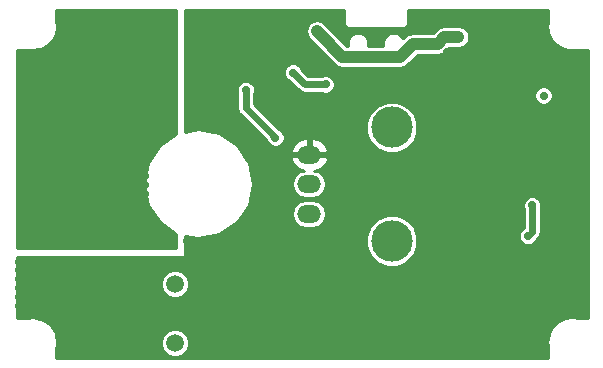
<source format=gbr>
G04 #@! TF.FileFunction,Copper,L2,Bot,Signal*
%FSLAX46Y46*%
G04 Gerber Fmt 4.6, Leading zero omitted, Abs format (unit mm)*
G04 Created by KiCad (PCBNEW 0.201511300701+6336~38~ubuntu14.04.1-stable) date Wed 02 Dec 2015 03:43:02 PM EET*
%MOMM*%
G01*
G04 APERTURE LIST*
%ADD10C,0.100000*%
%ADD11O,2.000000X1.500000*%
%ADD12C,3.500000*%
%ADD13C,1.500000*%
%ADD14C,0.700000*%
%ADD15C,1.000000*%
%ADD16C,0.600000*%
%ADD17C,0.400000*%
%ADD18C,0.254000*%
G04 APERTURE END LIST*
D10*
D11*
X135100000Y-82700000D03*
X135100000Y-85200000D03*
X135100000Y-87700000D03*
D12*
X142100000Y-80400000D03*
X142100000Y-90000000D03*
D13*
X123750000Y-98650000D03*
X123750000Y-93650000D03*
D14*
X135750000Y-72250010D03*
X147750000Y-72750000D03*
X154950000Y-77700000D03*
X155000000Y-79249990D03*
X145500000Y-72000000D03*
X136241549Y-74500382D03*
X144500000Y-75250000D03*
X153000000Y-83250008D03*
X125250000Y-72250000D03*
X126250000Y-71500000D03*
X146769477Y-74019477D03*
X145753704Y-74763719D03*
X124750000Y-90000000D03*
X128250000Y-76250000D03*
X145750000Y-96000000D03*
X145750000Y-95000000D03*
X145750000Y-94000000D03*
X145750000Y-93000000D03*
X145750000Y-92000000D03*
X145750000Y-91000000D03*
X145750000Y-90000000D03*
X146750000Y-90000000D03*
X146750000Y-96000000D03*
X148000000Y-95500000D03*
X146750000Y-95000000D03*
X146750000Y-94000000D03*
X149000000Y-91000000D03*
X148000000Y-90500000D03*
X146750000Y-91000000D03*
X146750000Y-92000000D03*
X146750000Y-93000000D03*
X117250000Y-95500000D03*
X116500000Y-95500000D03*
X115750000Y-95500000D03*
X115000000Y-95500000D03*
X114250000Y-95500000D03*
X113500000Y-95500000D03*
X112750000Y-95500000D03*
X112000000Y-95500000D03*
X111250000Y-95500000D03*
X110500000Y-95500000D03*
X110500000Y-94750000D03*
X111250000Y-94750000D03*
X112000000Y-94750000D03*
X112750000Y-94750000D03*
X113500000Y-94750000D03*
X114250000Y-94750000D03*
X115000000Y-94750000D03*
X115750000Y-94750000D03*
X116500000Y-94750000D03*
X117250000Y-94750000D03*
X132250000Y-88500000D03*
X117250000Y-94000000D03*
X116500000Y-94000000D03*
X115750000Y-94000000D03*
X115000000Y-94000000D03*
X114250000Y-94000000D03*
X113500000Y-94000000D03*
X112750000Y-94000000D03*
X112000000Y-94000000D03*
X110500000Y-94000000D03*
X111250000Y-94000000D03*
X111250000Y-93250000D03*
X110500000Y-93250000D03*
X111227302Y-92477302D03*
X110500000Y-92500000D03*
X117250000Y-91750000D03*
X116500000Y-91750000D03*
X115750000Y-91750000D03*
X115000000Y-91750000D03*
X114250000Y-91750000D03*
X113500000Y-91750000D03*
X112750000Y-91750000D03*
X112000000Y-91750000D03*
X111250000Y-91750000D03*
X110500000Y-91750000D03*
X132500000Y-75000000D03*
X151500000Y-75750000D03*
X146750000Y-75250000D03*
X145750000Y-78000000D03*
X144500000Y-77250000D03*
X145750000Y-76500000D03*
X156250000Y-92250000D03*
X157000000Y-93500000D03*
X156250000Y-94750000D03*
X155500000Y-93500000D03*
X154500000Y-92500000D03*
X154000000Y-93500000D03*
X153250000Y-93500000D03*
X153000000Y-92500000D03*
X152500000Y-85750000D03*
X155000000Y-87250000D03*
X155750000Y-87250000D03*
X133750000Y-81000000D03*
X130000000Y-81000000D03*
X129250000Y-81000000D03*
X153635174Y-89575137D03*
X154000000Y-87000000D03*
X122750000Y-76250000D03*
X123500000Y-77000000D03*
X122750000Y-77000000D03*
X122750000Y-77750000D03*
X123500000Y-77750000D03*
X123500000Y-78500000D03*
X122750000Y-78500000D03*
X122750000Y-79250000D03*
X123500000Y-79250000D03*
X123500000Y-80000000D03*
X122750000Y-80000000D03*
X122750000Y-80750000D03*
X123500000Y-80750000D03*
X122750000Y-81500000D03*
X122000000Y-82250000D03*
X119000000Y-82250000D03*
X118250000Y-82250000D03*
X117500000Y-82250000D03*
X116750000Y-82250000D03*
X116000000Y-82250000D03*
X115250000Y-82250000D03*
X115250000Y-83000000D03*
X116000000Y-83000000D03*
X116750000Y-83000000D03*
X117500000Y-83000000D03*
X118250000Y-83000000D03*
X119000000Y-83000000D03*
X119000000Y-83750000D03*
X118250000Y-83750000D03*
X117500000Y-83750000D03*
X116750000Y-83750000D03*
X116000000Y-83750000D03*
X115250000Y-83750000D03*
X119750000Y-82250000D03*
X119750000Y-83000000D03*
X119750000Y-83750000D03*
X120500000Y-83750000D03*
X120500000Y-83000000D03*
X120500000Y-82250000D03*
X121250000Y-82250000D03*
X121250000Y-83000000D03*
X121250000Y-83750000D03*
X120500000Y-89750000D03*
X119750000Y-89750000D03*
X119000000Y-89750000D03*
X121250000Y-89000000D03*
X120500000Y-89000000D03*
X119750000Y-89000000D03*
X119000000Y-89000000D03*
X119000000Y-88250000D03*
X119750000Y-88250000D03*
X120500000Y-88250000D03*
X121250000Y-88250000D03*
X121250000Y-87500000D03*
X120500000Y-87500000D03*
X119750000Y-87500000D03*
X119000000Y-87500000D03*
X119000000Y-86750000D03*
X119750000Y-86750000D03*
X120500000Y-86750000D03*
X121250000Y-86750000D03*
X121250000Y-86000000D03*
X120500000Y-86000000D03*
X119750000Y-86000000D03*
X119000000Y-86000000D03*
X119000000Y-85250000D03*
X119750000Y-85250000D03*
X120500000Y-85250000D03*
X121250000Y-85250000D03*
X121250000Y-84500000D03*
X120500000Y-84500000D03*
X119750000Y-84500000D03*
X119000000Y-84500000D03*
X118250000Y-84500000D03*
X117500000Y-84500000D03*
X116750000Y-84500000D03*
X115999079Y-84500000D03*
X115250000Y-84500000D03*
X132250000Y-81249990D03*
X129750000Y-77250000D03*
X133750000Y-75750000D03*
X136499982Y-76750000D03*
D15*
X147750000Y-72750000D02*
X146554002Y-72750000D01*
X136099999Y-72600009D02*
X135750000Y-72250010D01*
X137899991Y-74400001D02*
X136099999Y-72600009D01*
X143902001Y-73300001D02*
X142802001Y-74400001D01*
X146004001Y-73300001D02*
X143902001Y-73300001D01*
X146554002Y-72750000D02*
X146004001Y-73300001D01*
X142802001Y-74400001D02*
X137899991Y-74400001D01*
D16*
X154999990Y-79249990D02*
X155000000Y-79249990D01*
X151500000Y-75750000D02*
X154999990Y-79249990D01*
D17*
X146239985Y-75250000D02*
X146103703Y-75113718D01*
X146750000Y-75250000D02*
X146239985Y-75250000D01*
X146103703Y-75113718D02*
X145753704Y-74763719D01*
D16*
X132500000Y-75000000D02*
X129500000Y-75000000D01*
X129500000Y-75000000D02*
X128250000Y-76250000D01*
D17*
X132500000Y-78000000D02*
X132500000Y-75424264D01*
X134500000Y-80000000D02*
X132500000Y-78000000D01*
X132500000Y-75424264D02*
X132500000Y-75000000D01*
D15*
X145750000Y-94000000D02*
X145750000Y-95000000D01*
X145750000Y-92000000D02*
X145750000Y-93000000D01*
X145750000Y-90000000D02*
X145750000Y-91000000D01*
X146750000Y-91000000D02*
X146750000Y-90000000D01*
D17*
X116500000Y-95500000D02*
X117250000Y-95500000D01*
X115000000Y-95500000D02*
X115750000Y-95500000D01*
X113500000Y-95500000D02*
X114250000Y-95500000D01*
X112000000Y-95500000D02*
X112750000Y-95500000D01*
X110500000Y-95500000D02*
X111250000Y-95500000D01*
X111250000Y-94750000D02*
X110500000Y-94750000D01*
X112750000Y-94750000D02*
X112000000Y-94750000D01*
X114250000Y-94750000D02*
X113500000Y-94750000D01*
X115750000Y-94750000D02*
X115000000Y-94750000D01*
X117250000Y-94750000D02*
X116500000Y-94750000D01*
X115750000Y-94000000D02*
X116500000Y-94000000D01*
X114250000Y-94000000D02*
X115000000Y-94000000D01*
X112750000Y-94000000D02*
X113500000Y-94000000D01*
X111250000Y-94000000D02*
X112000000Y-94000000D01*
X111250000Y-93250000D02*
X111250000Y-94000000D01*
X110500000Y-92500000D02*
X110500000Y-93250000D01*
X110500000Y-92500000D02*
X111204604Y-92500000D01*
X111204604Y-92500000D02*
X111227302Y-92477302D01*
X116500000Y-91750000D02*
X117250000Y-91750000D01*
X115000000Y-91750000D02*
X115750000Y-91750000D01*
X113500000Y-91750000D02*
X114250000Y-91750000D01*
X112000000Y-91750000D02*
X112750000Y-91750000D01*
X110500000Y-91750000D02*
X111250000Y-91750000D01*
X145750000Y-76500000D02*
X145250000Y-76500000D01*
X145250000Y-76500000D02*
X144500000Y-77250000D01*
X157000000Y-93500000D02*
X157000000Y-93000000D01*
X157000000Y-93000000D02*
X156250000Y-92250000D01*
X155500000Y-93500000D02*
X155500000Y-94000000D01*
X155500000Y-94000000D02*
X156250000Y-94750000D01*
X154000000Y-93500000D02*
X154000000Y-93000000D01*
X154000000Y-93000000D02*
X154500000Y-92500000D01*
X153000000Y-92500000D02*
X153000000Y-93250000D01*
X153000000Y-93250000D02*
X153250000Y-93500000D01*
X155750000Y-87250000D02*
X155000000Y-87250000D01*
D16*
X133750000Y-81000000D02*
X133750000Y-80750000D01*
X133750000Y-80750000D02*
X134500000Y-80000000D01*
X129250000Y-81000000D02*
X130000000Y-81000000D01*
X154000000Y-87000000D02*
X154000000Y-89210311D01*
X154000000Y-89210311D02*
X153635174Y-89575137D01*
D17*
X122750000Y-77000000D02*
X123500000Y-77000000D01*
X123500000Y-77750000D02*
X122750000Y-77750000D01*
X122750000Y-78500000D02*
X123500000Y-78500000D01*
X123500000Y-79250000D02*
X122750000Y-79250000D01*
X122750000Y-80000000D02*
X123500000Y-80000000D01*
X123500000Y-80750000D02*
X122750000Y-80750000D01*
X122000000Y-82250000D02*
X122750000Y-81500000D01*
X118250000Y-82250000D02*
X119000000Y-82250000D01*
X116750000Y-82250000D02*
X117500000Y-82250000D01*
X115250000Y-82250000D02*
X116000000Y-82250000D01*
X116000000Y-83000000D02*
X115250000Y-83000000D01*
X117500000Y-83000000D02*
X116750000Y-83000000D01*
X119000000Y-83000000D02*
X118250000Y-83000000D01*
X118250000Y-83750000D02*
X119000000Y-83750000D01*
X116750000Y-83750000D02*
X117500000Y-83750000D01*
X115250000Y-83750000D02*
X116000000Y-83750000D01*
X115250000Y-83750000D02*
X115250000Y-84500000D01*
X119750000Y-83750000D02*
X119750000Y-83000000D01*
X120500000Y-83000000D02*
X120500000Y-83750000D01*
X121250000Y-82250000D02*
X120500000Y-82250000D01*
X121250000Y-83750000D02*
X121250000Y-83000000D01*
X119000000Y-89750000D02*
X119750000Y-89750000D01*
X120500000Y-89000000D02*
X121250000Y-89000000D01*
X119000000Y-89000000D02*
X119750000Y-89000000D01*
X119750000Y-88250000D02*
X119000000Y-88250000D01*
X121250000Y-88250000D02*
X120500000Y-88250000D01*
X120500000Y-87500000D02*
X121250000Y-87500000D01*
X119000000Y-87500000D02*
X119750000Y-87500000D01*
X119750000Y-86750000D02*
X119000000Y-86750000D01*
X121250000Y-86750000D02*
X120500000Y-86750000D01*
X120500000Y-86000000D02*
X121250000Y-86000000D01*
X119000000Y-86000000D02*
X119750000Y-86000000D01*
X119750000Y-85250000D02*
X119000000Y-85250000D01*
X121250000Y-85250000D02*
X120500000Y-85250000D01*
X120500000Y-84500000D02*
X121250000Y-84500000D01*
X119000000Y-84500000D02*
X119750000Y-84500000D01*
X117500000Y-84500000D02*
X118250000Y-84500000D01*
X115999079Y-84500000D02*
X116750000Y-84500000D01*
X115250000Y-84500000D02*
X115999079Y-84500000D01*
D16*
X135100000Y-87700000D02*
X135100000Y-87350000D01*
X135100000Y-87700000D02*
X135150000Y-87750000D01*
X135100000Y-87700000D02*
X134750000Y-88050000D01*
X131950001Y-80950001D02*
X132250000Y-81250000D01*
X129750000Y-78750000D02*
X131950001Y-80950001D01*
X129750000Y-77250000D02*
X129750000Y-78750000D01*
X136499982Y-76750000D02*
X134750000Y-76750000D01*
X134750000Y-76750000D02*
X133750000Y-75750000D01*
D18*
G36*
X123873000Y-80951150D02*
X122454915Y-81898684D01*
X121451907Y-83399791D01*
X121099698Y-85170467D01*
X121451907Y-86941143D01*
X122454915Y-88442250D01*
X123873000Y-89389784D01*
X123873000Y-90623000D01*
X110353698Y-90623000D01*
X110353698Y-73797467D01*
X111199481Y-73797467D01*
X111503293Y-73857899D01*
X111576961Y-73857899D01*
X111650372Y-73863995D01*
X112260948Y-73794399D01*
X112260953Y-73794399D01*
X112395220Y-73751412D01*
X112438207Y-73737650D01*
X112438209Y-73737648D01*
X112975675Y-73439692D01*
X112975677Y-73439691D01*
X113052690Y-73374488D01*
X113117721Y-73319431D01*
X113117722Y-73319428D01*
X113500252Y-72838474D01*
X113500254Y-72838472D01*
X113558386Y-72725588D01*
X113585464Y-72673006D01*
X113585464Y-72673002D01*
X113754822Y-72082275D01*
X113754824Y-72082271D01*
X113767686Y-71927383D01*
X113770227Y-71896793D01*
X113770225Y-71896788D01*
X113703698Y-71313137D01*
X113703698Y-70447467D01*
X123873000Y-70447467D01*
X123873000Y-80951150D01*
X123873000Y-80951150D01*
G37*
X123873000Y-80951150D02*
X122454915Y-81898684D01*
X121451907Y-83399791D01*
X121099698Y-85170467D01*
X121451907Y-86941143D01*
X122454915Y-88442250D01*
X123873000Y-89389784D01*
X123873000Y-90623000D01*
X110353698Y-90623000D01*
X110353698Y-73797467D01*
X111199481Y-73797467D01*
X111503293Y-73857899D01*
X111576961Y-73857899D01*
X111650372Y-73863995D01*
X112260948Y-73794399D01*
X112260953Y-73794399D01*
X112395220Y-73751412D01*
X112438207Y-73737650D01*
X112438209Y-73737648D01*
X112975675Y-73439692D01*
X112975677Y-73439691D01*
X113052690Y-73374488D01*
X113117721Y-73319431D01*
X113117722Y-73319428D01*
X113500252Y-72838474D01*
X113500254Y-72838472D01*
X113558386Y-72725588D01*
X113585464Y-72673006D01*
X113585464Y-72673002D01*
X113754822Y-72082275D01*
X113754824Y-72082271D01*
X113767686Y-71927383D01*
X113770227Y-71896793D01*
X113770225Y-71896788D01*
X113703698Y-71313137D01*
X113703698Y-70447467D01*
X123873000Y-70447467D01*
X123873000Y-80951150D01*
G36*
X138023000Y-71500000D02*
X138059309Y-71682540D01*
X138162710Y-71837290D01*
X138317460Y-71940691D01*
X138500000Y-71977000D01*
X143000000Y-71977000D01*
X143182540Y-71940691D01*
X143337290Y-71837290D01*
X143440691Y-71682540D01*
X143477000Y-71500000D01*
X143477000Y-70447467D01*
X155349698Y-70447467D01*
X155349698Y-71293251D01*
X155289266Y-71597063D01*
X155289266Y-71670731D01*
X155283170Y-71744142D01*
X155352767Y-72354723D01*
X155352767Y-72354724D01*
X155358570Y-72372849D01*
X155409515Y-72531977D01*
X155409518Y-72531980D01*
X155707473Y-73069443D01*
X155707474Y-73069445D01*
X155827735Y-73211489D01*
X156308693Y-73594023D01*
X156308694Y-73594024D01*
X156332797Y-73606436D01*
X156474158Y-73679234D01*
X156474164Y-73679235D01*
X157064894Y-73848592D01*
X157064895Y-73848593D01*
X157080298Y-73849872D01*
X157250374Y-73863996D01*
X157250379Y-73863994D01*
X157834029Y-73797467D01*
X158699698Y-73797467D01*
X158699698Y-96543467D01*
X157853914Y-96543467D01*
X157550102Y-96483035D01*
X157476434Y-96483035D01*
X157403023Y-96476939D01*
X156792442Y-96546536D01*
X156792441Y-96546536D01*
X156768319Y-96554259D01*
X156615188Y-96603284D01*
X156615185Y-96603287D01*
X156077722Y-96901242D01*
X156077720Y-96901243D01*
X155935676Y-97021504D01*
X155553142Y-97502462D01*
X155467932Y-97667926D01*
X155467932Y-97667928D01*
X155298575Y-98258658D01*
X155298572Y-98258664D01*
X155290231Y-98359105D01*
X155283169Y-98444143D01*
X155283171Y-98444148D01*
X155349698Y-99027798D01*
X155349698Y-99893467D01*
X113703698Y-99893467D01*
X113703698Y-99047683D01*
X113736437Y-98883093D01*
X122572796Y-98883093D01*
X122751606Y-99315846D01*
X123082412Y-99647230D01*
X123514853Y-99826795D01*
X123983093Y-99827204D01*
X124415846Y-99648394D01*
X124747230Y-99317588D01*
X124926795Y-98885147D01*
X124927204Y-98416907D01*
X124748394Y-97984154D01*
X124417588Y-97652770D01*
X123985147Y-97473205D01*
X123516907Y-97472796D01*
X123084154Y-97651606D01*
X122752770Y-97982412D01*
X122573205Y-98414853D01*
X122572796Y-98883093D01*
X113736437Y-98883093D01*
X113764130Y-98743871D01*
X113764130Y-98670203D01*
X113770226Y-98596792D01*
X113700629Y-97986211D01*
X113686867Y-97943224D01*
X113675838Y-97908775D01*
X113643881Y-97808957D01*
X113643878Y-97808954D01*
X113345921Y-97271488D01*
X113225660Y-97129444D01*
X113225659Y-97129444D01*
X112744703Y-96746911D01*
X112744702Y-96746910D01*
X112659524Y-96703046D01*
X112579239Y-96661701D01*
X112579236Y-96661701D01*
X111988507Y-96492344D01*
X111988501Y-96492341D01*
X111888060Y-96484000D01*
X111803022Y-96476938D01*
X111803017Y-96476940D01*
X111219367Y-96543467D01*
X110353698Y-96543467D01*
X110353698Y-93883093D01*
X122572796Y-93883093D01*
X122751606Y-94315846D01*
X123082412Y-94647230D01*
X123514853Y-94826795D01*
X123983093Y-94827204D01*
X124415846Y-94648394D01*
X124747230Y-94317588D01*
X124926795Y-93885147D01*
X124927204Y-93416907D01*
X124748394Y-92984154D01*
X124417588Y-92652770D01*
X123985147Y-92473205D01*
X123516907Y-92472796D01*
X123084154Y-92651606D01*
X122752770Y-92982412D01*
X122573205Y-93414853D01*
X122572796Y-93883093D01*
X110353698Y-93883093D01*
X110353698Y-91377000D01*
X124500000Y-91377000D01*
X124549410Y-91366994D01*
X124591035Y-91338553D01*
X124618315Y-91296159D01*
X124627000Y-91250000D01*
X124627000Y-90431132D01*
X139922623Y-90431132D01*
X140253353Y-91231560D01*
X140865218Y-91844495D01*
X141665068Y-92176621D01*
X142531132Y-92177377D01*
X143331560Y-91846647D01*
X143944495Y-91234782D01*
X144276621Y-90434932D01*
X144277237Y-89729014D01*
X152858040Y-89729014D01*
X152976082Y-90014697D01*
X153194464Y-90233461D01*
X153479941Y-90352002D01*
X153789051Y-90352271D01*
X154074734Y-90234229D01*
X154293498Y-90015847D01*
X154343844Y-89894601D01*
X154514067Y-89724378D01*
X154557689Y-89659092D01*
X154671660Y-89488522D01*
X154685309Y-89419904D01*
X154727001Y-89210311D01*
X154727000Y-89210306D01*
X154727000Y-87275321D01*
X154776865Y-87155233D01*
X154777134Y-86846123D01*
X154659092Y-86560440D01*
X154440710Y-86341676D01*
X154155233Y-86223135D01*
X153846123Y-86222866D01*
X153560440Y-86340908D01*
X153341676Y-86559290D01*
X153223135Y-86844767D01*
X153222866Y-87153877D01*
X153273000Y-87275210D01*
X153273000Y-88884070D01*
X153195614Y-88916045D01*
X152976850Y-89134427D01*
X152858309Y-89419904D01*
X152858040Y-89729014D01*
X144277237Y-89729014D01*
X144277377Y-89568868D01*
X143946647Y-88768440D01*
X143334782Y-88155505D01*
X142534932Y-87823379D01*
X141668868Y-87822623D01*
X140868440Y-88153353D01*
X140255505Y-88765218D01*
X139923379Y-89565068D01*
X139922623Y-90431132D01*
X124627000Y-90431132D01*
X124627000Y-89578724D01*
X125726698Y-89797467D01*
X127497374Y-89445258D01*
X128998481Y-88442250D01*
X129494436Y-87700000D01*
X133645043Y-87700000D01*
X133734637Y-88150418D01*
X133989778Y-88532265D01*
X134371625Y-88787406D01*
X134822043Y-88877000D01*
X135377957Y-88877000D01*
X135828375Y-88787406D01*
X136210222Y-88532265D01*
X136465363Y-88150418D01*
X136554957Y-87700000D01*
X136465363Y-87249582D01*
X136210222Y-86867735D01*
X135828375Y-86612594D01*
X135377957Y-86523000D01*
X134822043Y-86523000D01*
X134371625Y-86612594D01*
X133989778Y-86867735D01*
X133734637Y-87249582D01*
X133645043Y-87700000D01*
X129494436Y-87700000D01*
X130001489Y-86941143D01*
X130353698Y-85170467D01*
X130001489Y-83399791D01*
X129758435Y-83036035D01*
X133514631Y-83036035D01*
X133530748Y-83113318D01*
X133789340Y-83586712D01*
X134209408Y-83925112D01*
X134655722Y-84056083D01*
X134371625Y-84112594D01*
X133989778Y-84367735D01*
X133734637Y-84749582D01*
X133645043Y-85200000D01*
X133734637Y-85650418D01*
X133989778Y-86032265D01*
X134371625Y-86287406D01*
X134822043Y-86377000D01*
X135377957Y-86377000D01*
X135828375Y-86287406D01*
X136210222Y-86032265D01*
X136465363Y-85650418D01*
X136554957Y-85200000D01*
X136465363Y-84749582D01*
X136210222Y-84367735D01*
X135828375Y-84112594D01*
X135544278Y-84056083D01*
X135990592Y-83925112D01*
X136410660Y-83586712D01*
X136669252Y-83113318D01*
X136685369Y-83036035D01*
X136564035Y-82823000D01*
X135223000Y-82823000D01*
X135223000Y-82843000D01*
X134977000Y-82843000D01*
X134977000Y-82823000D01*
X133635965Y-82823000D01*
X133514631Y-83036035D01*
X129758435Y-83036035D01*
X129309372Y-82363965D01*
X133514631Y-82363965D01*
X133635965Y-82577000D01*
X134977000Y-82577000D01*
X134977000Y-81323000D01*
X135223000Y-81323000D01*
X135223000Y-82577000D01*
X136564035Y-82577000D01*
X136685369Y-82363965D01*
X136669252Y-82286682D01*
X136410660Y-81813288D01*
X135990592Y-81474888D01*
X135473000Y-81323000D01*
X135223000Y-81323000D01*
X134977000Y-81323000D01*
X134727000Y-81323000D01*
X134209408Y-81474888D01*
X133789340Y-81813288D01*
X133530748Y-82286682D01*
X133514631Y-82363965D01*
X129309372Y-82363965D01*
X128998481Y-81898684D01*
X127497374Y-80895676D01*
X125726698Y-80543467D01*
X124627000Y-80762211D01*
X124627000Y-77403877D01*
X128972866Y-77403877D01*
X129023000Y-77525210D01*
X129023000Y-78749995D01*
X129022999Y-78750000D01*
X129035022Y-78810440D01*
X129078340Y-79028211D01*
X129208404Y-79222866D01*
X129235933Y-79264067D01*
X131435932Y-81464065D01*
X131435934Y-81464068D01*
X131541261Y-81569394D01*
X131590908Y-81689550D01*
X131809290Y-81908314D01*
X132094767Y-82026855D01*
X132403877Y-82027124D01*
X132689560Y-81909082D01*
X132908324Y-81690700D01*
X133026865Y-81405223D01*
X133027134Y-81096113D01*
X132917646Y-80831132D01*
X139922623Y-80831132D01*
X140253353Y-81631560D01*
X140865218Y-82244495D01*
X141665068Y-82576621D01*
X142531132Y-82577377D01*
X143331560Y-82246647D01*
X143944495Y-81634782D01*
X144276621Y-80834932D01*
X144277377Y-79968868D01*
X143946647Y-79168440D01*
X143334782Y-78555505D01*
X142534932Y-78223379D01*
X141668868Y-78222623D01*
X140868440Y-78553353D01*
X140255505Y-79165218D01*
X139923379Y-79965068D01*
X139922623Y-80831132D01*
X132917646Y-80831132D01*
X132909092Y-80810430D01*
X132690710Y-80591666D01*
X132569446Y-80541313D01*
X132464068Y-80435934D01*
X132464065Y-80435932D01*
X130477000Y-78448866D01*
X130477000Y-77853877D01*
X154172866Y-77853877D01*
X154290908Y-78139560D01*
X154509290Y-78358324D01*
X154794767Y-78476865D01*
X155103877Y-78477134D01*
X155389560Y-78359092D01*
X155608324Y-78140710D01*
X155726865Y-77855233D01*
X155727134Y-77546123D01*
X155609092Y-77260440D01*
X155390710Y-77041676D01*
X155105233Y-76923135D01*
X154796123Y-76922866D01*
X154510440Y-77040908D01*
X154291676Y-77259290D01*
X154173135Y-77544767D01*
X154172866Y-77853877D01*
X130477000Y-77853877D01*
X130477000Y-77525321D01*
X130526865Y-77405233D01*
X130527134Y-77096123D01*
X130409092Y-76810440D01*
X130190710Y-76591676D01*
X129905233Y-76473135D01*
X129596123Y-76472866D01*
X129310440Y-76590908D01*
X129091676Y-76809290D01*
X128973135Y-77094767D01*
X128972866Y-77403877D01*
X124627000Y-77403877D01*
X124627000Y-75903877D01*
X132972866Y-75903877D01*
X133090908Y-76189560D01*
X133309290Y-76408324D01*
X133430536Y-76458670D01*
X134235931Y-77264064D01*
X134235933Y-77264067D01*
X134305336Y-77310440D01*
X134471790Y-77421661D01*
X134750000Y-77477001D01*
X134750005Y-77477000D01*
X136224661Y-77477000D01*
X136344749Y-77526865D01*
X136653859Y-77527134D01*
X136939542Y-77409092D01*
X137158306Y-77190710D01*
X137276847Y-76905233D01*
X137277116Y-76596123D01*
X137159074Y-76310440D01*
X136940692Y-76091676D01*
X136655215Y-75973135D01*
X136346105Y-75972866D01*
X136224772Y-76023000D01*
X135051133Y-76023000D01*
X134458746Y-75430613D01*
X134409092Y-75310440D01*
X134190710Y-75091676D01*
X133905233Y-74973135D01*
X133596123Y-74972866D01*
X133310440Y-75090908D01*
X133091676Y-75309290D01*
X132973135Y-75594767D01*
X132972866Y-75903877D01*
X124627000Y-75903877D01*
X124627000Y-72250010D01*
X134823000Y-72250010D01*
X134893564Y-72604757D01*
X135094512Y-72905498D01*
X137244503Y-75055489D01*
X137545243Y-75256437D01*
X137899991Y-75327001D01*
X142802001Y-75327001D01*
X143156749Y-75256437D01*
X143457489Y-75055489D01*
X144285977Y-74227001D01*
X146004001Y-74227001D01*
X146358749Y-74156437D01*
X146659489Y-73955489D01*
X146937978Y-73677000D01*
X147750000Y-73677000D01*
X148104748Y-73606436D01*
X148405488Y-73405488D01*
X148606436Y-73104748D01*
X148677000Y-72750000D01*
X148606436Y-72395252D01*
X148405488Y-72094512D01*
X148104748Y-71893564D01*
X147750000Y-71823000D01*
X146554002Y-71823000D01*
X146199255Y-71893563D01*
X145898514Y-72094512D01*
X145620025Y-72373001D01*
X143902001Y-72373001D01*
X143547253Y-72443565D01*
X143313118Y-72600009D01*
X143246513Y-72644513D01*
X143035798Y-72855228D01*
X142993918Y-72753869D01*
X142747429Y-72506949D01*
X142425211Y-72373153D01*
X142076319Y-72372849D01*
X141753869Y-72506082D01*
X141506949Y-72752571D01*
X141373153Y-73074789D01*
X141372849Y-73423681D01*
X141393228Y-73473001D01*
X140107003Y-73473001D01*
X140126847Y-73425211D01*
X140127151Y-73076319D01*
X139993918Y-72753869D01*
X139747429Y-72506949D01*
X139425211Y-72373153D01*
X139076319Y-72372849D01*
X138753869Y-72506082D01*
X138506949Y-72752571D01*
X138373153Y-73074789D01*
X138372849Y-73423681D01*
X138393228Y-73473001D01*
X138283967Y-73473001D01*
X136405488Y-71594522D01*
X136104747Y-71393574D01*
X135750000Y-71323010D01*
X135395253Y-71393574D01*
X135094512Y-71594522D01*
X134893564Y-71895263D01*
X134823000Y-72250010D01*
X124627000Y-72250010D01*
X124627000Y-70447467D01*
X138023000Y-70447467D01*
X138023000Y-71500000D01*
X138023000Y-71500000D01*
G37*
X138023000Y-71500000D02*
X138059309Y-71682540D01*
X138162710Y-71837290D01*
X138317460Y-71940691D01*
X138500000Y-71977000D01*
X143000000Y-71977000D01*
X143182540Y-71940691D01*
X143337290Y-71837290D01*
X143440691Y-71682540D01*
X143477000Y-71500000D01*
X143477000Y-70447467D01*
X155349698Y-70447467D01*
X155349698Y-71293251D01*
X155289266Y-71597063D01*
X155289266Y-71670731D01*
X155283170Y-71744142D01*
X155352767Y-72354723D01*
X155352767Y-72354724D01*
X155358570Y-72372849D01*
X155409515Y-72531977D01*
X155409518Y-72531980D01*
X155707473Y-73069443D01*
X155707474Y-73069445D01*
X155827735Y-73211489D01*
X156308693Y-73594023D01*
X156308694Y-73594024D01*
X156332797Y-73606436D01*
X156474158Y-73679234D01*
X156474164Y-73679235D01*
X157064894Y-73848592D01*
X157064895Y-73848593D01*
X157080298Y-73849872D01*
X157250374Y-73863996D01*
X157250379Y-73863994D01*
X157834029Y-73797467D01*
X158699698Y-73797467D01*
X158699698Y-96543467D01*
X157853914Y-96543467D01*
X157550102Y-96483035D01*
X157476434Y-96483035D01*
X157403023Y-96476939D01*
X156792442Y-96546536D01*
X156792441Y-96546536D01*
X156768319Y-96554259D01*
X156615188Y-96603284D01*
X156615185Y-96603287D01*
X156077722Y-96901242D01*
X156077720Y-96901243D01*
X155935676Y-97021504D01*
X155553142Y-97502462D01*
X155467932Y-97667926D01*
X155467932Y-97667928D01*
X155298575Y-98258658D01*
X155298572Y-98258664D01*
X155290231Y-98359105D01*
X155283169Y-98444143D01*
X155283171Y-98444148D01*
X155349698Y-99027798D01*
X155349698Y-99893467D01*
X113703698Y-99893467D01*
X113703698Y-99047683D01*
X113736437Y-98883093D01*
X122572796Y-98883093D01*
X122751606Y-99315846D01*
X123082412Y-99647230D01*
X123514853Y-99826795D01*
X123983093Y-99827204D01*
X124415846Y-99648394D01*
X124747230Y-99317588D01*
X124926795Y-98885147D01*
X124927204Y-98416907D01*
X124748394Y-97984154D01*
X124417588Y-97652770D01*
X123985147Y-97473205D01*
X123516907Y-97472796D01*
X123084154Y-97651606D01*
X122752770Y-97982412D01*
X122573205Y-98414853D01*
X122572796Y-98883093D01*
X113736437Y-98883093D01*
X113764130Y-98743871D01*
X113764130Y-98670203D01*
X113770226Y-98596792D01*
X113700629Y-97986211D01*
X113686867Y-97943224D01*
X113675838Y-97908775D01*
X113643881Y-97808957D01*
X113643878Y-97808954D01*
X113345921Y-97271488D01*
X113225660Y-97129444D01*
X113225659Y-97129444D01*
X112744703Y-96746911D01*
X112744702Y-96746910D01*
X112659524Y-96703046D01*
X112579239Y-96661701D01*
X112579236Y-96661701D01*
X111988507Y-96492344D01*
X111988501Y-96492341D01*
X111888060Y-96484000D01*
X111803022Y-96476938D01*
X111803017Y-96476940D01*
X111219367Y-96543467D01*
X110353698Y-96543467D01*
X110353698Y-93883093D01*
X122572796Y-93883093D01*
X122751606Y-94315846D01*
X123082412Y-94647230D01*
X123514853Y-94826795D01*
X123983093Y-94827204D01*
X124415846Y-94648394D01*
X124747230Y-94317588D01*
X124926795Y-93885147D01*
X124927204Y-93416907D01*
X124748394Y-92984154D01*
X124417588Y-92652770D01*
X123985147Y-92473205D01*
X123516907Y-92472796D01*
X123084154Y-92651606D01*
X122752770Y-92982412D01*
X122573205Y-93414853D01*
X122572796Y-93883093D01*
X110353698Y-93883093D01*
X110353698Y-91377000D01*
X124500000Y-91377000D01*
X124549410Y-91366994D01*
X124591035Y-91338553D01*
X124618315Y-91296159D01*
X124627000Y-91250000D01*
X124627000Y-90431132D01*
X139922623Y-90431132D01*
X140253353Y-91231560D01*
X140865218Y-91844495D01*
X141665068Y-92176621D01*
X142531132Y-92177377D01*
X143331560Y-91846647D01*
X143944495Y-91234782D01*
X144276621Y-90434932D01*
X144277237Y-89729014D01*
X152858040Y-89729014D01*
X152976082Y-90014697D01*
X153194464Y-90233461D01*
X153479941Y-90352002D01*
X153789051Y-90352271D01*
X154074734Y-90234229D01*
X154293498Y-90015847D01*
X154343844Y-89894601D01*
X154514067Y-89724378D01*
X154557689Y-89659092D01*
X154671660Y-89488522D01*
X154685309Y-89419904D01*
X154727001Y-89210311D01*
X154727000Y-89210306D01*
X154727000Y-87275321D01*
X154776865Y-87155233D01*
X154777134Y-86846123D01*
X154659092Y-86560440D01*
X154440710Y-86341676D01*
X154155233Y-86223135D01*
X153846123Y-86222866D01*
X153560440Y-86340908D01*
X153341676Y-86559290D01*
X153223135Y-86844767D01*
X153222866Y-87153877D01*
X153273000Y-87275210D01*
X153273000Y-88884070D01*
X153195614Y-88916045D01*
X152976850Y-89134427D01*
X152858309Y-89419904D01*
X152858040Y-89729014D01*
X144277237Y-89729014D01*
X144277377Y-89568868D01*
X143946647Y-88768440D01*
X143334782Y-88155505D01*
X142534932Y-87823379D01*
X141668868Y-87822623D01*
X140868440Y-88153353D01*
X140255505Y-88765218D01*
X139923379Y-89565068D01*
X139922623Y-90431132D01*
X124627000Y-90431132D01*
X124627000Y-89578724D01*
X125726698Y-89797467D01*
X127497374Y-89445258D01*
X128998481Y-88442250D01*
X129494436Y-87700000D01*
X133645043Y-87700000D01*
X133734637Y-88150418D01*
X133989778Y-88532265D01*
X134371625Y-88787406D01*
X134822043Y-88877000D01*
X135377957Y-88877000D01*
X135828375Y-88787406D01*
X136210222Y-88532265D01*
X136465363Y-88150418D01*
X136554957Y-87700000D01*
X136465363Y-87249582D01*
X136210222Y-86867735D01*
X135828375Y-86612594D01*
X135377957Y-86523000D01*
X134822043Y-86523000D01*
X134371625Y-86612594D01*
X133989778Y-86867735D01*
X133734637Y-87249582D01*
X133645043Y-87700000D01*
X129494436Y-87700000D01*
X130001489Y-86941143D01*
X130353698Y-85170467D01*
X130001489Y-83399791D01*
X129758435Y-83036035D01*
X133514631Y-83036035D01*
X133530748Y-83113318D01*
X133789340Y-83586712D01*
X134209408Y-83925112D01*
X134655722Y-84056083D01*
X134371625Y-84112594D01*
X133989778Y-84367735D01*
X133734637Y-84749582D01*
X133645043Y-85200000D01*
X133734637Y-85650418D01*
X133989778Y-86032265D01*
X134371625Y-86287406D01*
X134822043Y-86377000D01*
X135377957Y-86377000D01*
X135828375Y-86287406D01*
X136210222Y-86032265D01*
X136465363Y-85650418D01*
X136554957Y-85200000D01*
X136465363Y-84749582D01*
X136210222Y-84367735D01*
X135828375Y-84112594D01*
X135544278Y-84056083D01*
X135990592Y-83925112D01*
X136410660Y-83586712D01*
X136669252Y-83113318D01*
X136685369Y-83036035D01*
X136564035Y-82823000D01*
X135223000Y-82823000D01*
X135223000Y-82843000D01*
X134977000Y-82843000D01*
X134977000Y-82823000D01*
X133635965Y-82823000D01*
X133514631Y-83036035D01*
X129758435Y-83036035D01*
X129309372Y-82363965D01*
X133514631Y-82363965D01*
X133635965Y-82577000D01*
X134977000Y-82577000D01*
X134977000Y-81323000D01*
X135223000Y-81323000D01*
X135223000Y-82577000D01*
X136564035Y-82577000D01*
X136685369Y-82363965D01*
X136669252Y-82286682D01*
X136410660Y-81813288D01*
X135990592Y-81474888D01*
X135473000Y-81323000D01*
X135223000Y-81323000D01*
X134977000Y-81323000D01*
X134727000Y-81323000D01*
X134209408Y-81474888D01*
X133789340Y-81813288D01*
X133530748Y-82286682D01*
X133514631Y-82363965D01*
X129309372Y-82363965D01*
X128998481Y-81898684D01*
X127497374Y-80895676D01*
X125726698Y-80543467D01*
X124627000Y-80762211D01*
X124627000Y-77403877D01*
X128972866Y-77403877D01*
X129023000Y-77525210D01*
X129023000Y-78749995D01*
X129022999Y-78750000D01*
X129035022Y-78810440D01*
X129078340Y-79028211D01*
X129208404Y-79222866D01*
X129235933Y-79264067D01*
X131435932Y-81464065D01*
X131435934Y-81464068D01*
X131541261Y-81569394D01*
X131590908Y-81689550D01*
X131809290Y-81908314D01*
X132094767Y-82026855D01*
X132403877Y-82027124D01*
X132689560Y-81909082D01*
X132908324Y-81690700D01*
X133026865Y-81405223D01*
X133027134Y-81096113D01*
X132917646Y-80831132D01*
X139922623Y-80831132D01*
X140253353Y-81631560D01*
X140865218Y-82244495D01*
X141665068Y-82576621D01*
X142531132Y-82577377D01*
X143331560Y-82246647D01*
X143944495Y-81634782D01*
X144276621Y-80834932D01*
X144277377Y-79968868D01*
X143946647Y-79168440D01*
X143334782Y-78555505D01*
X142534932Y-78223379D01*
X141668868Y-78222623D01*
X140868440Y-78553353D01*
X140255505Y-79165218D01*
X139923379Y-79965068D01*
X139922623Y-80831132D01*
X132917646Y-80831132D01*
X132909092Y-80810430D01*
X132690710Y-80591666D01*
X132569446Y-80541313D01*
X132464068Y-80435934D01*
X132464065Y-80435932D01*
X130477000Y-78448866D01*
X130477000Y-77853877D01*
X154172866Y-77853877D01*
X154290908Y-78139560D01*
X154509290Y-78358324D01*
X154794767Y-78476865D01*
X155103877Y-78477134D01*
X155389560Y-78359092D01*
X155608324Y-78140710D01*
X155726865Y-77855233D01*
X155727134Y-77546123D01*
X155609092Y-77260440D01*
X155390710Y-77041676D01*
X155105233Y-76923135D01*
X154796123Y-76922866D01*
X154510440Y-77040908D01*
X154291676Y-77259290D01*
X154173135Y-77544767D01*
X154172866Y-77853877D01*
X130477000Y-77853877D01*
X130477000Y-77525321D01*
X130526865Y-77405233D01*
X130527134Y-77096123D01*
X130409092Y-76810440D01*
X130190710Y-76591676D01*
X129905233Y-76473135D01*
X129596123Y-76472866D01*
X129310440Y-76590908D01*
X129091676Y-76809290D01*
X128973135Y-77094767D01*
X128972866Y-77403877D01*
X124627000Y-77403877D01*
X124627000Y-75903877D01*
X132972866Y-75903877D01*
X133090908Y-76189560D01*
X133309290Y-76408324D01*
X133430536Y-76458670D01*
X134235931Y-77264064D01*
X134235933Y-77264067D01*
X134305336Y-77310440D01*
X134471790Y-77421661D01*
X134750000Y-77477001D01*
X134750005Y-77477000D01*
X136224661Y-77477000D01*
X136344749Y-77526865D01*
X136653859Y-77527134D01*
X136939542Y-77409092D01*
X137158306Y-77190710D01*
X137276847Y-76905233D01*
X137277116Y-76596123D01*
X137159074Y-76310440D01*
X136940692Y-76091676D01*
X136655215Y-75973135D01*
X136346105Y-75972866D01*
X136224772Y-76023000D01*
X135051133Y-76023000D01*
X134458746Y-75430613D01*
X134409092Y-75310440D01*
X134190710Y-75091676D01*
X133905233Y-74973135D01*
X133596123Y-74972866D01*
X133310440Y-75090908D01*
X133091676Y-75309290D01*
X132973135Y-75594767D01*
X132972866Y-75903877D01*
X124627000Y-75903877D01*
X124627000Y-72250010D01*
X134823000Y-72250010D01*
X134893564Y-72604757D01*
X135094512Y-72905498D01*
X137244503Y-75055489D01*
X137545243Y-75256437D01*
X137899991Y-75327001D01*
X142802001Y-75327001D01*
X143156749Y-75256437D01*
X143457489Y-75055489D01*
X144285977Y-74227001D01*
X146004001Y-74227001D01*
X146358749Y-74156437D01*
X146659489Y-73955489D01*
X146937978Y-73677000D01*
X147750000Y-73677000D01*
X148104748Y-73606436D01*
X148405488Y-73405488D01*
X148606436Y-73104748D01*
X148677000Y-72750000D01*
X148606436Y-72395252D01*
X148405488Y-72094512D01*
X148104748Y-71893564D01*
X147750000Y-71823000D01*
X146554002Y-71823000D01*
X146199255Y-71893563D01*
X145898514Y-72094512D01*
X145620025Y-72373001D01*
X143902001Y-72373001D01*
X143547253Y-72443565D01*
X143313118Y-72600009D01*
X143246513Y-72644513D01*
X143035798Y-72855228D01*
X142993918Y-72753869D01*
X142747429Y-72506949D01*
X142425211Y-72373153D01*
X142076319Y-72372849D01*
X141753869Y-72506082D01*
X141506949Y-72752571D01*
X141373153Y-73074789D01*
X141372849Y-73423681D01*
X141393228Y-73473001D01*
X140107003Y-73473001D01*
X140126847Y-73425211D01*
X140127151Y-73076319D01*
X139993918Y-72753869D01*
X139747429Y-72506949D01*
X139425211Y-72373153D01*
X139076319Y-72372849D01*
X138753869Y-72506082D01*
X138506949Y-72752571D01*
X138373153Y-73074789D01*
X138372849Y-73423681D01*
X138393228Y-73473001D01*
X138283967Y-73473001D01*
X136405488Y-71594522D01*
X136104747Y-71393574D01*
X135750000Y-71323010D01*
X135395253Y-71393574D01*
X135094512Y-71594522D01*
X134893564Y-71895263D01*
X134823000Y-72250010D01*
X124627000Y-72250010D01*
X124627000Y-70447467D01*
X138023000Y-70447467D01*
X138023000Y-71500000D01*
M02*

</source>
